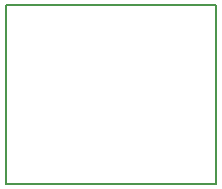
<source format=gm1>
G04 Layer_Color=48896*
%FSLAX24Y24*%
%MOIN*%
G70*
G01*
G75*
%ADD23C,0.0060*%
D23*
X3590Y-2180D02*
Y3770D01*
X-3410Y-2180D02*
X3590D01*
X-3410D02*
Y3770D01*
X3590D01*
M02*

</source>
